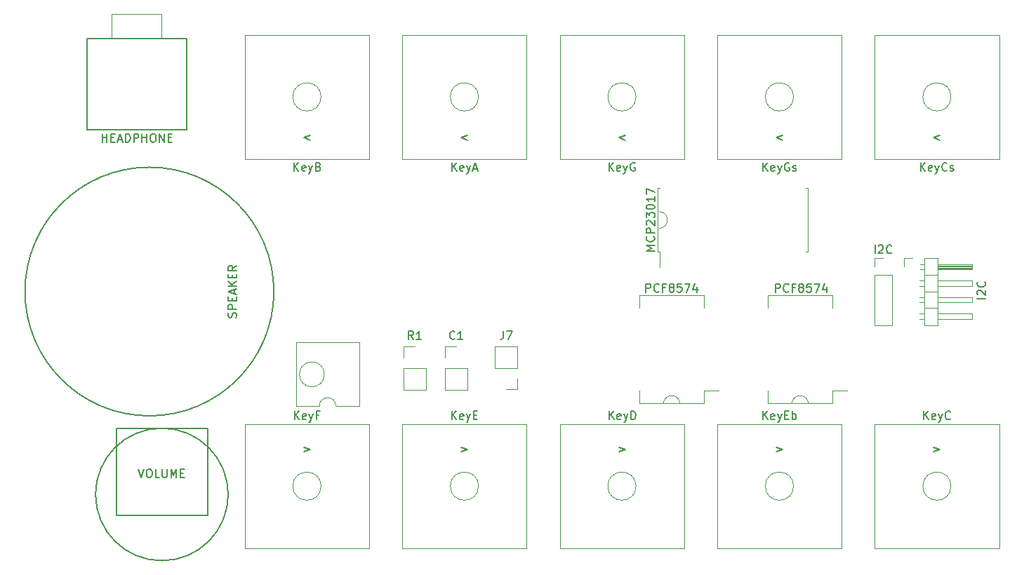
<source format=gto>
G04 #@! TF.GenerationSoftware,KiCad,Pcbnew,(5.1.8)-1*
G04 #@! TF.CreationDate,2022-08-28T16:31:03+09:00*
G04 #@! TF.ProjectId,windsynth,77696e64-7379-46e7-9468-2e6b69636164,rev?*
G04 #@! TF.SameCoordinates,Original*
G04 #@! TF.FileFunction,Legend,Top*
G04 #@! TF.FilePolarity,Positive*
%FSLAX46Y46*%
G04 Gerber Fmt 4.6, Leading zero omitted, Abs format (unit mm)*
G04 Created by KiCad (PCBNEW (5.1.8)-1) date 2022-08-28 16:31:03*
%MOMM*%
%LPD*%
G01*
G04 APERTURE LIST*
%ADD10C,0.120000*%
%ADD11C,0.150000*%
G04 APERTURE END LIST*
D10*
X192985000Y-82360000D02*
G75*
G02*
X192985000Y-84360000I0J-1000000D01*
G01*
X209000000Y-105585000D02*
G75*
G02*
X211000000Y-105585000I1000000J0D01*
G01*
X193500000Y-105585000D02*
G75*
G02*
X195500000Y-105585000I1000000J0D01*
G01*
D11*
X226119047Y-110785714D02*
X226880952Y-111071428D01*
X226119047Y-111357142D01*
X207119047Y-110785714D02*
X207880952Y-111071428D01*
X207119047Y-111357142D01*
X188119047Y-110785714D02*
X188880952Y-111071428D01*
X188119047Y-111357142D01*
X150119047Y-110785714D02*
X150880952Y-111071428D01*
X150119047Y-111357142D01*
X169119047Y-110785714D02*
X169880952Y-111071428D01*
X169119047Y-111357142D01*
X226880952Y-73714285D02*
X226119047Y-73428571D01*
X226880952Y-73142857D01*
X207880952Y-73714285D02*
X207119047Y-73428571D01*
X207880952Y-73142857D01*
X188880952Y-73714285D02*
X188119047Y-73428571D01*
X188880952Y-73142857D01*
X169880952Y-73714285D02*
X169119047Y-73428571D01*
X169880952Y-73142857D01*
X150880952Y-73714285D02*
X150119047Y-73428571D01*
X150880952Y-73142857D01*
D10*
G04 #@! TO.C,MIS2503*
X152600000Y-102000000D02*
G75*
G03*
X152600000Y-102000000I-1500000J0D01*
G01*
X154000000Y-105830000D02*
X156840000Y-105830000D01*
X156840000Y-105830000D02*
X156840000Y-98090000D01*
X156840000Y-98090000D02*
X149240000Y-98090000D01*
X149240000Y-98090000D02*
X149240000Y-105830000D01*
X149240000Y-105830000D02*
X152000000Y-105830000D01*
X152000000Y-105830000D02*
G75*
G02*
X154000000Y-105830000I1000000J0D01*
G01*
G04 #@! TO.C,KeyB*
X143000000Y-61000000D02*
X143000000Y-76000000D01*
X143000000Y-76000000D02*
X158000000Y-76000000D01*
X158000000Y-76000000D02*
X158000000Y-61000000D01*
X158000000Y-61000000D02*
X143000000Y-61000000D01*
X152200000Y-68500000D02*
G75*
G03*
X152200000Y-68500000I-1700000J0D01*
G01*
G04 #@! TO.C,I2C*
X224940000Y-87940000D02*
X224940000Y-96060000D01*
X224940000Y-96060000D02*
X226560000Y-96060000D01*
X226560000Y-96060000D02*
X226560000Y-87940000D01*
X226560000Y-87940000D02*
X224940000Y-87940000D01*
X226560000Y-88690000D02*
X230760000Y-88690000D01*
X230760000Y-88690000D02*
X230760000Y-89310000D01*
X230760000Y-89310000D02*
X226560000Y-89310000D01*
X226560000Y-88750000D02*
X230760000Y-88750000D01*
X226560000Y-88870000D02*
X230760000Y-88870000D01*
X226560000Y-88990000D02*
X230760000Y-88990000D01*
X226560000Y-89110000D02*
X230760000Y-89110000D01*
X226560000Y-89230000D02*
X230760000Y-89230000D01*
X224435000Y-88690000D02*
X224940000Y-88690000D01*
X224435000Y-89310000D02*
X224940000Y-89310000D01*
X224940000Y-90000000D02*
X226560000Y-90000000D01*
X226560000Y-90690000D02*
X230760000Y-90690000D01*
X230760000Y-90690000D02*
X230760000Y-91310000D01*
X230760000Y-91310000D02*
X226560000Y-91310000D01*
X224382114Y-90690000D02*
X224940000Y-90690000D01*
X224382114Y-91310000D02*
X224940000Y-91310000D01*
X224940000Y-92000000D02*
X226560000Y-92000000D01*
X226560000Y-92690000D02*
X230760000Y-92690000D01*
X230760000Y-92690000D02*
X230760000Y-93310000D01*
X230760000Y-93310000D02*
X226560000Y-93310000D01*
X224382114Y-92690000D02*
X224940000Y-92690000D01*
X224382114Y-93310000D02*
X224940000Y-93310000D01*
X224940000Y-94000000D02*
X226560000Y-94000000D01*
X226560000Y-94690000D02*
X230760000Y-94690000D01*
X230760000Y-94690000D02*
X230760000Y-95310000D01*
X230760000Y-95310000D02*
X226560000Y-95310000D01*
X224382114Y-94690000D02*
X224940000Y-94690000D01*
X224382114Y-95310000D02*
X224940000Y-95310000D01*
X222500000Y-89000000D02*
X222500000Y-88000000D01*
X222500000Y-88000000D02*
X223500000Y-88000000D01*
D11*
G04 #@! TO.C,SPEAKER*
X146508331Y-92000000D02*
G75*
G03*
X146508331Y-92000000I-15008331J0D01*
G01*
D10*
G04 #@! TO.C,J7*
X175860000Y-98630000D02*
X173200000Y-98630000D01*
X175860000Y-101230000D02*
X175860000Y-98630000D01*
X173200000Y-101230000D02*
X173200000Y-98630000D01*
X175860000Y-101230000D02*
X173200000Y-101230000D01*
X175860000Y-102500000D02*
X175860000Y-103830000D01*
X175860000Y-103830000D02*
X174530000Y-103830000D01*
D11*
G04 #@! TO.C,HEADPHONE*
X123968000Y-72500000D02*
X123968000Y-61500000D01*
X135968000Y-72500000D02*
X123968000Y-72500000D01*
X135968000Y-61500000D02*
X135968000Y-72500000D01*
X123968000Y-61500000D02*
X135968000Y-61500000D01*
D10*
X132968000Y-58500000D02*
X132968000Y-61500000D01*
X126968000Y-58500000D02*
X132968000Y-58500000D01*
X126968000Y-61500000D02*
X126968000Y-58500000D01*
G04 #@! TO.C,KeyC*
X228200000Y-115500000D02*
G75*
G03*
X228200000Y-115500000I-1700000J0D01*
G01*
X219000000Y-123000000D02*
X234000000Y-123000000D01*
X219000000Y-108000000D02*
X219000000Y-123000000D01*
X234000000Y-108000000D02*
X219000000Y-108000000D01*
X234000000Y-123000000D02*
X234000000Y-108000000D01*
G04 #@! TO.C,KeyEb*
X209200000Y-115500000D02*
G75*
G03*
X209200000Y-115500000I-1700000J0D01*
G01*
X200000000Y-123000000D02*
X215000000Y-123000000D01*
X200000000Y-108000000D02*
X200000000Y-123000000D01*
X215000000Y-108000000D02*
X200000000Y-108000000D01*
X215000000Y-123000000D02*
X215000000Y-108000000D01*
G04 #@! TO.C,KeyD*
X190200000Y-115500000D02*
G75*
G03*
X190200000Y-115500000I-1700000J0D01*
G01*
X181000000Y-123000000D02*
X196000000Y-123000000D01*
X181000000Y-108000000D02*
X181000000Y-123000000D01*
X196000000Y-108000000D02*
X181000000Y-108000000D01*
X196000000Y-123000000D02*
X196000000Y-108000000D01*
G04 #@! TO.C,KeyE*
X171200000Y-115500000D02*
G75*
G03*
X171200000Y-115500000I-1700000J0D01*
G01*
X162000000Y-123000000D02*
X177000000Y-123000000D01*
X162000000Y-108000000D02*
X162000000Y-123000000D01*
X177000000Y-108000000D02*
X162000000Y-108000000D01*
X177000000Y-123000000D02*
X177000000Y-108000000D01*
G04 #@! TO.C,KeyF*
X152200000Y-115500000D02*
G75*
G03*
X152200000Y-115500000I-1700000J0D01*
G01*
X143000000Y-123000000D02*
X158000000Y-123000000D01*
X143000000Y-108000000D02*
X143000000Y-123000000D01*
X158000000Y-108000000D02*
X143000000Y-108000000D01*
X158000000Y-123000000D02*
X158000000Y-108000000D01*
G04 #@! TO.C,KeyCs*
X228200000Y-68500000D02*
G75*
G03*
X228200000Y-68500000I-1700000J0D01*
G01*
X234000000Y-61000000D02*
X219000000Y-61000000D01*
X234000000Y-76000000D02*
X234000000Y-61000000D01*
X219000000Y-76000000D02*
X234000000Y-76000000D01*
X219000000Y-61000000D02*
X219000000Y-76000000D01*
G04 #@! TO.C,KeyGs*
X209200000Y-68500000D02*
G75*
G03*
X209200000Y-68500000I-1700000J0D01*
G01*
X215000000Y-61000000D02*
X200000000Y-61000000D01*
X215000000Y-76000000D02*
X215000000Y-61000000D01*
X200000000Y-76000000D02*
X215000000Y-76000000D01*
X200000000Y-61000000D02*
X200000000Y-76000000D01*
G04 #@! TO.C,KeyG*
X181000000Y-61000000D02*
X181000000Y-76000000D01*
X181000000Y-76000000D02*
X196000000Y-76000000D01*
X196000000Y-76000000D02*
X196000000Y-61000000D01*
X196000000Y-61000000D02*
X181000000Y-61000000D01*
X190200000Y-68500000D02*
G75*
G03*
X190200000Y-68500000I-1700000J0D01*
G01*
G04 #@! TO.C,KeyA*
X162000000Y-61000000D02*
X162000000Y-76000000D01*
X162000000Y-76000000D02*
X177000000Y-76000000D01*
X177000000Y-76000000D02*
X177000000Y-61000000D01*
X177000000Y-61000000D02*
X162000000Y-61000000D01*
X171200000Y-68500000D02*
G75*
G03*
X171200000Y-68500000I-1700000J0D01*
G01*
D11*
G04 #@! TO.C,VOLUME*
X138500000Y-108500000D02*
X127500000Y-108500000D01*
X127500000Y-108500000D02*
X127500000Y-119000000D01*
X127500000Y-119000000D02*
X138500000Y-119000000D01*
X138500000Y-119000000D02*
X138500000Y-108500000D01*
X141000000Y-116500000D02*
G75*
G03*
X141000000Y-116500000I-8000000J0D01*
G01*
D10*
G04 #@! TO.C,C1*
X167170000Y-98670000D02*
X168500000Y-98670000D01*
X167170000Y-100000000D02*
X167170000Y-98670000D01*
X167170000Y-101270000D02*
X169830000Y-101270000D01*
X169830000Y-101270000D02*
X169830000Y-103870000D01*
X167170000Y-101270000D02*
X167170000Y-103870000D01*
X167170000Y-103870000D02*
X169830000Y-103870000D01*
G04 #@! TO.C,R1*
X162170000Y-103870000D02*
X164830000Y-103870000D01*
X162170000Y-101270000D02*
X162170000Y-103870000D01*
X164830000Y-101270000D02*
X164830000Y-103870000D01*
X162170000Y-101270000D02*
X164830000Y-101270000D01*
X162170000Y-100000000D02*
X162170000Y-98670000D01*
X162170000Y-98670000D02*
X163500000Y-98670000D01*
G04 #@! TO.C,PCF8574*
X213860000Y-103990000D02*
X215675000Y-103990000D01*
X213860000Y-105495000D02*
X213860000Y-103990000D01*
X210000000Y-105495000D02*
X213860000Y-105495000D01*
X206140000Y-105495000D02*
X206140000Y-103990000D01*
X210000000Y-105495000D02*
X206140000Y-105495000D01*
X213860000Y-92475000D02*
X213860000Y-93980000D01*
X210000000Y-92475000D02*
X213860000Y-92475000D01*
X206140000Y-92475000D02*
X206140000Y-93980000D01*
X210000000Y-92475000D02*
X206140000Y-92475000D01*
X194500000Y-92475000D02*
X190640000Y-92475000D01*
X190640000Y-92475000D02*
X190640000Y-93980000D01*
X194500000Y-92475000D02*
X198360000Y-92475000D01*
X198360000Y-92475000D02*
X198360000Y-93980000D01*
X194500000Y-105495000D02*
X190640000Y-105495000D01*
X190640000Y-105495000D02*
X190640000Y-103990000D01*
X194500000Y-105495000D02*
X198360000Y-105495000D01*
X198360000Y-105495000D02*
X198360000Y-103990000D01*
X198360000Y-103990000D02*
X200175000Y-103990000D01*
G04 #@! TO.C,I2C*
X218940000Y-87940000D02*
X220000000Y-87940000D01*
X218940000Y-89000000D02*
X218940000Y-87940000D01*
X218940000Y-90000000D02*
X221060000Y-90000000D01*
X221060000Y-90000000D02*
X221060000Y-96060000D01*
X218940000Y-90000000D02*
X218940000Y-96060000D01*
X218940000Y-96060000D02*
X221060000Y-96060000D01*
G04 #@! TO.C,MCP23017*
X193060000Y-87220000D02*
X193060000Y-89035000D01*
X192815000Y-87220000D02*
X193060000Y-87220000D01*
X192815000Y-83360000D02*
X192815000Y-87220000D01*
X192815000Y-79500000D02*
X193060000Y-79500000D01*
X192815000Y-83360000D02*
X192815000Y-79500000D01*
X210935000Y-87220000D02*
X210690000Y-87220000D01*
X210935000Y-83360000D02*
X210935000Y-87220000D01*
X210935000Y-79500000D02*
X210690000Y-79500000D01*
X210935000Y-83360000D02*
X210935000Y-79500000D01*
G04 #@! TO.C,KeyB*
D11*
X148928571Y-77452380D02*
X148928571Y-76452380D01*
X149500000Y-77452380D02*
X149071428Y-76880952D01*
X149500000Y-76452380D02*
X148928571Y-77023809D01*
X150309523Y-77404761D02*
X150214285Y-77452380D01*
X150023809Y-77452380D01*
X149928571Y-77404761D01*
X149880952Y-77309523D01*
X149880952Y-76928571D01*
X149928571Y-76833333D01*
X150023809Y-76785714D01*
X150214285Y-76785714D01*
X150309523Y-76833333D01*
X150357142Y-76928571D01*
X150357142Y-77023809D01*
X149880952Y-77119047D01*
X150690476Y-76785714D02*
X150928571Y-77452380D01*
X151166666Y-76785714D02*
X150928571Y-77452380D01*
X150833333Y-77690476D01*
X150785714Y-77738095D01*
X150690476Y-77785714D01*
X151880952Y-76928571D02*
X152023809Y-76976190D01*
X152071428Y-77023809D01*
X152119047Y-77119047D01*
X152119047Y-77261904D01*
X152071428Y-77357142D01*
X152023809Y-77404761D01*
X151928571Y-77452380D01*
X151547619Y-77452380D01*
X151547619Y-76452380D01*
X151880952Y-76452380D01*
X151976190Y-76500000D01*
X152023809Y-76547619D01*
X152071428Y-76642857D01*
X152071428Y-76738095D01*
X152023809Y-76833333D01*
X151976190Y-76880952D01*
X151880952Y-76928571D01*
X151547619Y-76928571D01*
G04 #@! TO.C,I2C*
X232362380Y-92831190D02*
X231362380Y-92831190D01*
X231457619Y-92402619D02*
X231410000Y-92355000D01*
X231362380Y-92259761D01*
X231362380Y-92021666D01*
X231410000Y-91926428D01*
X231457619Y-91878809D01*
X231552857Y-91831190D01*
X231648095Y-91831190D01*
X231790952Y-91878809D01*
X232362380Y-92450238D01*
X232362380Y-91831190D01*
X232267142Y-90831190D02*
X232314761Y-90878809D01*
X232362380Y-91021666D01*
X232362380Y-91116904D01*
X232314761Y-91259761D01*
X232219523Y-91355000D01*
X232124285Y-91402619D01*
X231933809Y-91450238D01*
X231790952Y-91450238D01*
X231600476Y-91402619D01*
X231505238Y-91355000D01*
X231410000Y-91259761D01*
X231362380Y-91116904D01*
X231362380Y-91021666D01*
X231410000Y-90878809D01*
X231457619Y-90831190D01*
G04 #@! TO.C,SPEAKER*
X141954761Y-95119047D02*
X142002380Y-94976190D01*
X142002380Y-94738095D01*
X141954761Y-94642857D01*
X141907142Y-94595238D01*
X141811904Y-94547619D01*
X141716666Y-94547619D01*
X141621428Y-94595238D01*
X141573809Y-94642857D01*
X141526190Y-94738095D01*
X141478571Y-94928571D01*
X141430952Y-95023809D01*
X141383333Y-95071428D01*
X141288095Y-95119047D01*
X141192857Y-95119047D01*
X141097619Y-95071428D01*
X141050000Y-95023809D01*
X141002380Y-94928571D01*
X141002380Y-94690476D01*
X141050000Y-94547619D01*
X142002380Y-94119047D02*
X141002380Y-94119047D01*
X141002380Y-93738095D01*
X141050000Y-93642857D01*
X141097619Y-93595238D01*
X141192857Y-93547619D01*
X141335714Y-93547619D01*
X141430952Y-93595238D01*
X141478571Y-93642857D01*
X141526190Y-93738095D01*
X141526190Y-94119047D01*
X141478571Y-93119047D02*
X141478571Y-92785714D01*
X142002380Y-92642857D02*
X142002380Y-93119047D01*
X141002380Y-93119047D01*
X141002380Y-92642857D01*
X141716666Y-92261904D02*
X141716666Y-91785714D01*
X142002380Y-92357142D02*
X141002380Y-92023809D01*
X142002380Y-91690476D01*
X142002380Y-91357142D02*
X141002380Y-91357142D01*
X142002380Y-90785714D02*
X141430952Y-91214285D01*
X141002380Y-90785714D02*
X141573809Y-91357142D01*
X141478571Y-90357142D02*
X141478571Y-90023809D01*
X142002380Y-89880952D02*
X142002380Y-90357142D01*
X141002380Y-90357142D01*
X141002380Y-89880952D01*
X142002380Y-88880952D02*
X141526190Y-89214285D01*
X142002380Y-89452380D02*
X141002380Y-89452380D01*
X141002380Y-89071428D01*
X141050000Y-88976190D01*
X141097619Y-88928571D01*
X141192857Y-88880952D01*
X141335714Y-88880952D01*
X141430952Y-88928571D01*
X141478571Y-88976190D01*
X141526190Y-89071428D01*
X141526190Y-89452380D01*
G04 #@! TO.C,J7*
X174196666Y-96782380D02*
X174196666Y-97496666D01*
X174149047Y-97639523D01*
X174053809Y-97734761D01*
X173910952Y-97782380D01*
X173815714Y-97782380D01*
X174577619Y-96782380D02*
X175244285Y-96782380D01*
X174815714Y-97782380D01*
G04 #@! TO.C,HEADPHONE*
X125809523Y-73952380D02*
X125809523Y-72952380D01*
X125809523Y-73428571D02*
X126380952Y-73428571D01*
X126380952Y-73952380D02*
X126380952Y-72952380D01*
X126857142Y-73428571D02*
X127190476Y-73428571D01*
X127333333Y-73952380D02*
X126857142Y-73952380D01*
X126857142Y-72952380D01*
X127333333Y-72952380D01*
X127714285Y-73666666D02*
X128190476Y-73666666D01*
X127619047Y-73952380D02*
X127952380Y-72952380D01*
X128285714Y-73952380D01*
X128619047Y-73952380D02*
X128619047Y-72952380D01*
X128857142Y-72952380D01*
X129000000Y-73000000D01*
X129095238Y-73095238D01*
X129142857Y-73190476D01*
X129190476Y-73380952D01*
X129190476Y-73523809D01*
X129142857Y-73714285D01*
X129095238Y-73809523D01*
X129000000Y-73904761D01*
X128857142Y-73952380D01*
X128619047Y-73952380D01*
X129619047Y-73952380D02*
X129619047Y-72952380D01*
X130000000Y-72952380D01*
X130095238Y-73000000D01*
X130142857Y-73047619D01*
X130190476Y-73142857D01*
X130190476Y-73285714D01*
X130142857Y-73380952D01*
X130095238Y-73428571D01*
X130000000Y-73476190D01*
X129619047Y-73476190D01*
X130619047Y-73952380D02*
X130619047Y-72952380D01*
X130619047Y-73428571D02*
X131190476Y-73428571D01*
X131190476Y-73952380D02*
X131190476Y-72952380D01*
X131857142Y-72952380D02*
X132047619Y-72952380D01*
X132142857Y-73000000D01*
X132238095Y-73095238D01*
X132285714Y-73285714D01*
X132285714Y-73619047D01*
X132238095Y-73809523D01*
X132142857Y-73904761D01*
X132047619Y-73952380D01*
X131857142Y-73952380D01*
X131761904Y-73904761D01*
X131666666Y-73809523D01*
X131619047Y-73619047D01*
X131619047Y-73285714D01*
X131666666Y-73095238D01*
X131761904Y-73000000D01*
X131857142Y-72952380D01*
X132714285Y-73952380D02*
X132714285Y-72952380D01*
X133285714Y-73952380D01*
X133285714Y-72952380D01*
X133761904Y-73428571D02*
X134095238Y-73428571D01*
X134238095Y-73952380D02*
X133761904Y-73952380D01*
X133761904Y-72952380D01*
X134238095Y-72952380D01*
G04 #@! TO.C,KeyC*
X224928571Y-107452380D02*
X224928571Y-106452380D01*
X225500000Y-107452380D02*
X225071428Y-106880952D01*
X225500000Y-106452380D02*
X224928571Y-107023809D01*
X226309523Y-107404761D02*
X226214285Y-107452380D01*
X226023809Y-107452380D01*
X225928571Y-107404761D01*
X225880952Y-107309523D01*
X225880952Y-106928571D01*
X225928571Y-106833333D01*
X226023809Y-106785714D01*
X226214285Y-106785714D01*
X226309523Y-106833333D01*
X226357142Y-106928571D01*
X226357142Y-107023809D01*
X225880952Y-107119047D01*
X226690476Y-106785714D02*
X226928571Y-107452380D01*
X227166666Y-106785714D02*
X226928571Y-107452380D01*
X226833333Y-107690476D01*
X226785714Y-107738095D01*
X226690476Y-107785714D01*
X228119047Y-107357142D02*
X228071428Y-107404761D01*
X227928571Y-107452380D01*
X227833333Y-107452380D01*
X227690476Y-107404761D01*
X227595238Y-107309523D01*
X227547619Y-107214285D01*
X227500000Y-107023809D01*
X227500000Y-106880952D01*
X227547619Y-106690476D01*
X227595238Y-106595238D01*
X227690476Y-106500000D01*
X227833333Y-106452380D01*
X227928571Y-106452380D01*
X228071428Y-106500000D01*
X228119047Y-106547619D01*
G04 #@! TO.C,KeyEb*
X205523809Y-107452380D02*
X205523809Y-106452380D01*
X206095238Y-107452380D02*
X205666666Y-106880952D01*
X206095238Y-106452380D02*
X205523809Y-107023809D01*
X206904761Y-107404761D02*
X206809523Y-107452380D01*
X206619047Y-107452380D01*
X206523809Y-107404761D01*
X206476190Y-107309523D01*
X206476190Y-106928571D01*
X206523809Y-106833333D01*
X206619047Y-106785714D01*
X206809523Y-106785714D01*
X206904761Y-106833333D01*
X206952380Y-106928571D01*
X206952380Y-107023809D01*
X206476190Y-107119047D01*
X207285714Y-106785714D02*
X207523809Y-107452380D01*
X207761904Y-106785714D02*
X207523809Y-107452380D01*
X207428571Y-107690476D01*
X207380952Y-107738095D01*
X207285714Y-107785714D01*
X208142857Y-106928571D02*
X208476190Y-106928571D01*
X208619047Y-107452380D02*
X208142857Y-107452380D01*
X208142857Y-106452380D01*
X208619047Y-106452380D01*
X209047619Y-107452380D02*
X209047619Y-106452380D01*
X209047619Y-106833333D02*
X209142857Y-106785714D01*
X209333333Y-106785714D01*
X209428571Y-106833333D01*
X209476190Y-106880952D01*
X209523809Y-106976190D01*
X209523809Y-107261904D01*
X209476190Y-107357142D01*
X209428571Y-107404761D01*
X209333333Y-107452380D01*
X209142857Y-107452380D01*
X209047619Y-107404761D01*
G04 #@! TO.C,KeyD*
X186968571Y-107452380D02*
X186968571Y-106452380D01*
X187540000Y-107452380D02*
X187111428Y-106880952D01*
X187540000Y-106452380D02*
X186968571Y-107023809D01*
X188349523Y-107404761D02*
X188254285Y-107452380D01*
X188063809Y-107452380D01*
X187968571Y-107404761D01*
X187920952Y-107309523D01*
X187920952Y-106928571D01*
X187968571Y-106833333D01*
X188063809Y-106785714D01*
X188254285Y-106785714D01*
X188349523Y-106833333D01*
X188397142Y-106928571D01*
X188397142Y-107023809D01*
X187920952Y-107119047D01*
X188730476Y-106785714D02*
X188968571Y-107452380D01*
X189206666Y-106785714D02*
X188968571Y-107452380D01*
X188873333Y-107690476D01*
X188825714Y-107738095D01*
X188730476Y-107785714D01*
X189587619Y-107452380D02*
X189587619Y-106452380D01*
X189825714Y-106452380D01*
X189968571Y-106500000D01*
X190063809Y-106595238D01*
X190111428Y-106690476D01*
X190159047Y-106880952D01*
X190159047Y-107023809D01*
X190111428Y-107214285D01*
X190063809Y-107309523D01*
X189968571Y-107404761D01*
X189825714Y-107452380D01*
X189587619Y-107452380D01*
G04 #@! TO.C,KeyE*
X167976190Y-107452380D02*
X167976190Y-106452380D01*
X168547619Y-107452380D02*
X168119047Y-106880952D01*
X168547619Y-106452380D02*
X167976190Y-107023809D01*
X169357142Y-107404761D02*
X169261904Y-107452380D01*
X169071428Y-107452380D01*
X168976190Y-107404761D01*
X168928571Y-107309523D01*
X168928571Y-106928571D01*
X168976190Y-106833333D01*
X169071428Y-106785714D01*
X169261904Y-106785714D01*
X169357142Y-106833333D01*
X169404761Y-106928571D01*
X169404761Y-107023809D01*
X168928571Y-107119047D01*
X169738095Y-106785714D02*
X169976190Y-107452380D01*
X170214285Y-106785714D02*
X169976190Y-107452380D01*
X169880952Y-107690476D01*
X169833333Y-107738095D01*
X169738095Y-107785714D01*
X170595238Y-106928571D02*
X170928571Y-106928571D01*
X171071428Y-107452380D02*
X170595238Y-107452380D01*
X170595238Y-106452380D01*
X171071428Y-106452380D01*
G04 #@! TO.C,KeyF*
X149000000Y-107452380D02*
X149000000Y-106452380D01*
X149571428Y-107452380D02*
X149142857Y-106880952D01*
X149571428Y-106452380D02*
X149000000Y-107023809D01*
X150380952Y-107404761D02*
X150285714Y-107452380D01*
X150095238Y-107452380D01*
X150000000Y-107404761D01*
X149952380Y-107309523D01*
X149952380Y-106928571D01*
X150000000Y-106833333D01*
X150095238Y-106785714D01*
X150285714Y-106785714D01*
X150380952Y-106833333D01*
X150428571Y-106928571D01*
X150428571Y-107023809D01*
X149952380Y-107119047D01*
X150761904Y-106785714D02*
X151000000Y-107452380D01*
X151238095Y-106785714D02*
X151000000Y-107452380D01*
X150904761Y-107690476D01*
X150857142Y-107738095D01*
X150761904Y-107785714D01*
X151952380Y-106928571D02*
X151619047Y-106928571D01*
X151619047Y-107452380D02*
X151619047Y-106452380D01*
X152095238Y-106452380D01*
G04 #@! TO.C,KeyCs*
X224523809Y-77452380D02*
X224523809Y-76452380D01*
X225095238Y-77452380D02*
X224666666Y-76880952D01*
X225095238Y-76452380D02*
X224523809Y-77023809D01*
X225904761Y-77404761D02*
X225809523Y-77452380D01*
X225619047Y-77452380D01*
X225523809Y-77404761D01*
X225476190Y-77309523D01*
X225476190Y-76928571D01*
X225523809Y-76833333D01*
X225619047Y-76785714D01*
X225809523Y-76785714D01*
X225904761Y-76833333D01*
X225952380Y-76928571D01*
X225952380Y-77023809D01*
X225476190Y-77119047D01*
X226285714Y-76785714D02*
X226523809Y-77452380D01*
X226761904Y-76785714D02*
X226523809Y-77452380D01*
X226428571Y-77690476D01*
X226380952Y-77738095D01*
X226285714Y-77785714D01*
X227714285Y-77357142D02*
X227666666Y-77404761D01*
X227523809Y-77452380D01*
X227428571Y-77452380D01*
X227285714Y-77404761D01*
X227190476Y-77309523D01*
X227142857Y-77214285D01*
X227095238Y-77023809D01*
X227095238Y-76880952D01*
X227142857Y-76690476D01*
X227190476Y-76595238D01*
X227285714Y-76500000D01*
X227428571Y-76452380D01*
X227523809Y-76452380D01*
X227666666Y-76500000D01*
X227714285Y-76547619D01*
X228095238Y-77404761D02*
X228190476Y-77452380D01*
X228380952Y-77452380D01*
X228476190Y-77404761D01*
X228523809Y-77309523D01*
X228523809Y-77261904D01*
X228476190Y-77166666D01*
X228380952Y-77119047D01*
X228238095Y-77119047D01*
X228142857Y-77071428D01*
X228095238Y-76976190D01*
X228095238Y-76928571D01*
X228142857Y-76833333D01*
X228238095Y-76785714D01*
X228380952Y-76785714D01*
X228476190Y-76833333D01*
G04 #@! TO.C,KeyGs*
X205523809Y-77452380D02*
X205523809Y-76452380D01*
X206095238Y-77452380D02*
X205666666Y-76880952D01*
X206095238Y-76452380D02*
X205523809Y-77023809D01*
X206904761Y-77404761D02*
X206809523Y-77452380D01*
X206619047Y-77452380D01*
X206523809Y-77404761D01*
X206476190Y-77309523D01*
X206476190Y-76928571D01*
X206523809Y-76833333D01*
X206619047Y-76785714D01*
X206809523Y-76785714D01*
X206904761Y-76833333D01*
X206952380Y-76928571D01*
X206952380Y-77023809D01*
X206476190Y-77119047D01*
X207285714Y-76785714D02*
X207523809Y-77452380D01*
X207761904Y-76785714D02*
X207523809Y-77452380D01*
X207428571Y-77690476D01*
X207380952Y-77738095D01*
X207285714Y-77785714D01*
X208666666Y-76500000D02*
X208571428Y-76452380D01*
X208428571Y-76452380D01*
X208285714Y-76500000D01*
X208190476Y-76595238D01*
X208142857Y-76690476D01*
X208095238Y-76880952D01*
X208095238Y-77023809D01*
X208142857Y-77214285D01*
X208190476Y-77309523D01*
X208285714Y-77404761D01*
X208428571Y-77452380D01*
X208523809Y-77452380D01*
X208666666Y-77404761D01*
X208714285Y-77357142D01*
X208714285Y-77023809D01*
X208523809Y-77023809D01*
X209095238Y-77404761D02*
X209190476Y-77452380D01*
X209380952Y-77452380D01*
X209476190Y-77404761D01*
X209523809Y-77309523D01*
X209523809Y-77261904D01*
X209476190Y-77166666D01*
X209380952Y-77119047D01*
X209238095Y-77119047D01*
X209142857Y-77071428D01*
X209095238Y-76976190D01*
X209095238Y-76928571D01*
X209142857Y-76833333D01*
X209238095Y-76785714D01*
X209380952Y-76785714D01*
X209476190Y-76833333D01*
G04 #@! TO.C,KeyG*
X186928571Y-77452380D02*
X186928571Y-76452380D01*
X187500000Y-77452380D02*
X187071428Y-76880952D01*
X187500000Y-76452380D02*
X186928571Y-77023809D01*
X188309523Y-77404761D02*
X188214285Y-77452380D01*
X188023809Y-77452380D01*
X187928571Y-77404761D01*
X187880952Y-77309523D01*
X187880952Y-76928571D01*
X187928571Y-76833333D01*
X188023809Y-76785714D01*
X188214285Y-76785714D01*
X188309523Y-76833333D01*
X188357142Y-76928571D01*
X188357142Y-77023809D01*
X187880952Y-77119047D01*
X188690476Y-76785714D02*
X188928571Y-77452380D01*
X189166666Y-76785714D02*
X188928571Y-77452380D01*
X188833333Y-77690476D01*
X188785714Y-77738095D01*
X188690476Y-77785714D01*
X190071428Y-76500000D02*
X189976190Y-76452380D01*
X189833333Y-76452380D01*
X189690476Y-76500000D01*
X189595238Y-76595238D01*
X189547619Y-76690476D01*
X189500000Y-76880952D01*
X189500000Y-77023809D01*
X189547619Y-77214285D01*
X189595238Y-77309523D01*
X189690476Y-77404761D01*
X189833333Y-77452380D01*
X189928571Y-77452380D01*
X190071428Y-77404761D01*
X190119047Y-77357142D01*
X190119047Y-77023809D01*
X189928571Y-77023809D01*
G04 #@! TO.C,KeyA*
X168000000Y-77452380D02*
X168000000Y-76452380D01*
X168571428Y-77452380D02*
X168142857Y-76880952D01*
X168571428Y-76452380D02*
X168000000Y-77023809D01*
X169380952Y-77404761D02*
X169285714Y-77452380D01*
X169095238Y-77452380D01*
X169000000Y-77404761D01*
X168952380Y-77309523D01*
X168952380Y-76928571D01*
X169000000Y-76833333D01*
X169095238Y-76785714D01*
X169285714Y-76785714D01*
X169380952Y-76833333D01*
X169428571Y-76928571D01*
X169428571Y-77023809D01*
X168952380Y-77119047D01*
X169761904Y-76785714D02*
X170000000Y-77452380D01*
X170238095Y-76785714D02*
X170000000Y-77452380D01*
X169904761Y-77690476D01*
X169857142Y-77738095D01*
X169761904Y-77785714D01*
X170571428Y-77166666D02*
X171047619Y-77166666D01*
X170476190Y-77452380D02*
X170809523Y-76452380D01*
X171142857Y-77452380D01*
G04 #@! TO.C,VOLUME*
X130190476Y-113452380D02*
X130523809Y-114452380D01*
X130857142Y-113452380D01*
X131380952Y-113452380D02*
X131571428Y-113452380D01*
X131666666Y-113500000D01*
X131761904Y-113595238D01*
X131809523Y-113785714D01*
X131809523Y-114119047D01*
X131761904Y-114309523D01*
X131666666Y-114404761D01*
X131571428Y-114452380D01*
X131380952Y-114452380D01*
X131285714Y-114404761D01*
X131190476Y-114309523D01*
X131142857Y-114119047D01*
X131142857Y-113785714D01*
X131190476Y-113595238D01*
X131285714Y-113500000D01*
X131380952Y-113452380D01*
X132714285Y-114452380D02*
X132238095Y-114452380D01*
X132238095Y-113452380D01*
X133047619Y-113452380D02*
X133047619Y-114261904D01*
X133095238Y-114357142D01*
X133142857Y-114404761D01*
X133238095Y-114452380D01*
X133428571Y-114452380D01*
X133523809Y-114404761D01*
X133571428Y-114357142D01*
X133619047Y-114261904D01*
X133619047Y-113452380D01*
X134095238Y-114452380D02*
X134095238Y-113452380D01*
X134428571Y-114166666D01*
X134761904Y-113452380D01*
X134761904Y-114452380D01*
X135238095Y-113928571D02*
X135571428Y-113928571D01*
X135714285Y-114452380D02*
X135238095Y-114452380D01*
X135238095Y-113452380D01*
X135714285Y-113452380D01*
G04 #@! TO.C,C1*
X168333333Y-97687142D02*
X168285714Y-97734761D01*
X168142857Y-97782380D01*
X168047619Y-97782380D01*
X167904761Y-97734761D01*
X167809523Y-97639523D01*
X167761904Y-97544285D01*
X167714285Y-97353809D01*
X167714285Y-97210952D01*
X167761904Y-97020476D01*
X167809523Y-96925238D01*
X167904761Y-96830000D01*
X168047619Y-96782380D01*
X168142857Y-96782380D01*
X168285714Y-96830000D01*
X168333333Y-96877619D01*
X169285714Y-97782380D02*
X168714285Y-97782380D01*
X169000000Y-97782380D02*
X169000000Y-96782380D01*
X168904761Y-96925238D01*
X168809523Y-97020476D01*
X168714285Y-97068095D01*
G04 #@! TO.C,R1*
X163333333Y-97782380D02*
X163000000Y-97306190D01*
X162761904Y-97782380D02*
X162761904Y-96782380D01*
X163142857Y-96782380D01*
X163238095Y-96830000D01*
X163285714Y-96877619D01*
X163333333Y-96972857D01*
X163333333Y-97115714D01*
X163285714Y-97210952D01*
X163238095Y-97258571D01*
X163142857Y-97306190D01*
X162761904Y-97306190D01*
X164285714Y-97782380D02*
X163714285Y-97782380D01*
X164000000Y-97782380D02*
X164000000Y-96782380D01*
X163904761Y-96925238D01*
X163809523Y-97020476D01*
X163714285Y-97068095D01*
G04 #@! TO.C,PCF8574*
X207034761Y-92067380D02*
X207034761Y-91067380D01*
X207415714Y-91067380D01*
X207510952Y-91115000D01*
X207558571Y-91162619D01*
X207606190Y-91257857D01*
X207606190Y-91400714D01*
X207558571Y-91495952D01*
X207510952Y-91543571D01*
X207415714Y-91591190D01*
X207034761Y-91591190D01*
X208606190Y-91972142D02*
X208558571Y-92019761D01*
X208415714Y-92067380D01*
X208320476Y-92067380D01*
X208177619Y-92019761D01*
X208082380Y-91924523D01*
X208034761Y-91829285D01*
X207987142Y-91638809D01*
X207987142Y-91495952D01*
X208034761Y-91305476D01*
X208082380Y-91210238D01*
X208177619Y-91115000D01*
X208320476Y-91067380D01*
X208415714Y-91067380D01*
X208558571Y-91115000D01*
X208606190Y-91162619D01*
X209368095Y-91543571D02*
X209034761Y-91543571D01*
X209034761Y-92067380D02*
X209034761Y-91067380D01*
X209510952Y-91067380D01*
X210034761Y-91495952D02*
X209939523Y-91448333D01*
X209891904Y-91400714D01*
X209844285Y-91305476D01*
X209844285Y-91257857D01*
X209891904Y-91162619D01*
X209939523Y-91115000D01*
X210034761Y-91067380D01*
X210225238Y-91067380D01*
X210320476Y-91115000D01*
X210368095Y-91162619D01*
X210415714Y-91257857D01*
X210415714Y-91305476D01*
X210368095Y-91400714D01*
X210320476Y-91448333D01*
X210225238Y-91495952D01*
X210034761Y-91495952D01*
X209939523Y-91543571D01*
X209891904Y-91591190D01*
X209844285Y-91686428D01*
X209844285Y-91876904D01*
X209891904Y-91972142D01*
X209939523Y-92019761D01*
X210034761Y-92067380D01*
X210225238Y-92067380D01*
X210320476Y-92019761D01*
X210368095Y-91972142D01*
X210415714Y-91876904D01*
X210415714Y-91686428D01*
X210368095Y-91591190D01*
X210320476Y-91543571D01*
X210225238Y-91495952D01*
X211320476Y-91067380D02*
X210844285Y-91067380D01*
X210796666Y-91543571D01*
X210844285Y-91495952D01*
X210939523Y-91448333D01*
X211177619Y-91448333D01*
X211272857Y-91495952D01*
X211320476Y-91543571D01*
X211368095Y-91638809D01*
X211368095Y-91876904D01*
X211320476Y-91972142D01*
X211272857Y-92019761D01*
X211177619Y-92067380D01*
X210939523Y-92067380D01*
X210844285Y-92019761D01*
X210796666Y-91972142D01*
X211701428Y-91067380D02*
X212368095Y-91067380D01*
X211939523Y-92067380D01*
X213177619Y-91400714D02*
X213177619Y-92067380D01*
X212939523Y-91019761D02*
X212701428Y-91734047D01*
X213320476Y-91734047D01*
X191404761Y-92067380D02*
X191404761Y-91067380D01*
X191785714Y-91067380D01*
X191880952Y-91115000D01*
X191928571Y-91162619D01*
X191976190Y-91257857D01*
X191976190Y-91400714D01*
X191928571Y-91495952D01*
X191880952Y-91543571D01*
X191785714Y-91591190D01*
X191404761Y-91591190D01*
X192976190Y-91972142D02*
X192928571Y-92019761D01*
X192785714Y-92067380D01*
X192690476Y-92067380D01*
X192547619Y-92019761D01*
X192452380Y-91924523D01*
X192404761Y-91829285D01*
X192357142Y-91638809D01*
X192357142Y-91495952D01*
X192404761Y-91305476D01*
X192452380Y-91210238D01*
X192547619Y-91115000D01*
X192690476Y-91067380D01*
X192785714Y-91067380D01*
X192928571Y-91115000D01*
X192976190Y-91162619D01*
X193738095Y-91543571D02*
X193404761Y-91543571D01*
X193404761Y-92067380D02*
X193404761Y-91067380D01*
X193880952Y-91067380D01*
X194404761Y-91495952D02*
X194309523Y-91448333D01*
X194261904Y-91400714D01*
X194214285Y-91305476D01*
X194214285Y-91257857D01*
X194261904Y-91162619D01*
X194309523Y-91115000D01*
X194404761Y-91067380D01*
X194595238Y-91067380D01*
X194690476Y-91115000D01*
X194738095Y-91162619D01*
X194785714Y-91257857D01*
X194785714Y-91305476D01*
X194738095Y-91400714D01*
X194690476Y-91448333D01*
X194595238Y-91495952D01*
X194404761Y-91495952D01*
X194309523Y-91543571D01*
X194261904Y-91591190D01*
X194214285Y-91686428D01*
X194214285Y-91876904D01*
X194261904Y-91972142D01*
X194309523Y-92019761D01*
X194404761Y-92067380D01*
X194595238Y-92067380D01*
X194690476Y-92019761D01*
X194738095Y-91972142D01*
X194785714Y-91876904D01*
X194785714Y-91686428D01*
X194738095Y-91591190D01*
X194690476Y-91543571D01*
X194595238Y-91495952D01*
X195690476Y-91067380D02*
X195214285Y-91067380D01*
X195166666Y-91543571D01*
X195214285Y-91495952D01*
X195309523Y-91448333D01*
X195547619Y-91448333D01*
X195642857Y-91495952D01*
X195690476Y-91543571D01*
X195738095Y-91638809D01*
X195738095Y-91876904D01*
X195690476Y-91972142D01*
X195642857Y-92019761D01*
X195547619Y-92067380D01*
X195309523Y-92067380D01*
X195214285Y-92019761D01*
X195166666Y-91972142D01*
X196071428Y-91067380D02*
X196738095Y-91067380D01*
X196309523Y-92067380D01*
X197547619Y-91400714D02*
X197547619Y-92067380D01*
X197309523Y-91019761D02*
X197071428Y-91734047D01*
X197690476Y-91734047D01*
G04 #@! TO.C,I2C*
X219023809Y-87392380D02*
X219023809Y-86392380D01*
X219452380Y-86487619D02*
X219500000Y-86440000D01*
X219595238Y-86392380D01*
X219833333Y-86392380D01*
X219928571Y-86440000D01*
X219976190Y-86487619D01*
X220023809Y-86582857D01*
X220023809Y-86678095D01*
X219976190Y-86820952D01*
X219404761Y-87392380D01*
X220023809Y-87392380D01*
X221023809Y-87297142D02*
X220976190Y-87344761D01*
X220833333Y-87392380D01*
X220738095Y-87392380D01*
X220595238Y-87344761D01*
X220500000Y-87249523D01*
X220452380Y-87154285D01*
X220404761Y-86963809D01*
X220404761Y-86820952D01*
X220452380Y-86630476D01*
X220500000Y-86535238D01*
X220595238Y-86440000D01*
X220738095Y-86392380D01*
X220833333Y-86392380D01*
X220976190Y-86440000D01*
X221023809Y-86487619D01*
G04 #@! TO.C,MCP23017*
X192427380Y-87074285D02*
X191427380Y-87074285D01*
X192141666Y-86740952D01*
X191427380Y-86407619D01*
X192427380Y-86407619D01*
X192332142Y-85360000D02*
X192379761Y-85407619D01*
X192427380Y-85550476D01*
X192427380Y-85645714D01*
X192379761Y-85788571D01*
X192284523Y-85883809D01*
X192189285Y-85931428D01*
X191998809Y-85979047D01*
X191855952Y-85979047D01*
X191665476Y-85931428D01*
X191570238Y-85883809D01*
X191475000Y-85788571D01*
X191427380Y-85645714D01*
X191427380Y-85550476D01*
X191475000Y-85407619D01*
X191522619Y-85360000D01*
X192427380Y-84931428D02*
X191427380Y-84931428D01*
X191427380Y-84550476D01*
X191475000Y-84455238D01*
X191522619Y-84407619D01*
X191617857Y-84360000D01*
X191760714Y-84360000D01*
X191855952Y-84407619D01*
X191903571Y-84455238D01*
X191951190Y-84550476D01*
X191951190Y-84931428D01*
X191522619Y-83979047D02*
X191475000Y-83931428D01*
X191427380Y-83836190D01*
X191427380Y-83598095D01*
X191475000Y-83502857D01*
X191522619Y-83455238D01*
X191617857Y-83407619D01*
X191713095Y-83407619D01*
X191855952Y-83455238D01*
X192427380Y-84026666D01*
X192427380Y-83407619D01*
X191427380Y-83074285D02*
X191427380Y-82455238D01*
X191808333Y-82788571D01*
X191808333Y-82645714D01*
X191855952Y-82550476D01*
X191903571Y-82502857D01*
X191998809Y-82455238D01*
X192236904Y-82455238D01*
X192332142Y-82502857D01*
X192379761Y-82550476D01*
X192427380Y-82645714D01*
X192427380Y-82931428D01*
X192379761Y-83026666D01*
X192332142Y-83074285D01*
X191427380Y-81836190D02*
X191427380Y-81740952D01*
X191475000Y-81645714D01*
X191522619Y-81598095D01*
X191617857Y-81550476D01*
X191808333Y-81502857D01*
X192046428Y-81502857D01*
X192236904Y-81550476D01*
X192332142Y-81598095D01*
X192379761Y-81645714D01*
X192427380Y-81740952D01*
X192427380Y-81836190D01*
X192379761Y-81931428D01*
X192332142Y-81979047D01*
X192236904Y-82026666D01*
X192046428Y-82074285D01*
X191808333Y-82074285D01*
X191617857Y-82026666D01*
X191522619Y-81979047D01*
X191475000Y-81931428D01*
X191427380Y-81836190D01*
X192427380Y-80550476D02*
X192427380Y-81121904D01*
X192427380Y-80836190D02*
X191427380Y-80836190D01*
X191570238Y-80931428D01*
X191665476Y-81026666D01*
X191713095Y-81121904D01*
X191427380Y-80217142D02*
X191427380Y-79550476D01*
X192427380Y-79979047D01*
G04 #@! TD*
M02*

</source>
